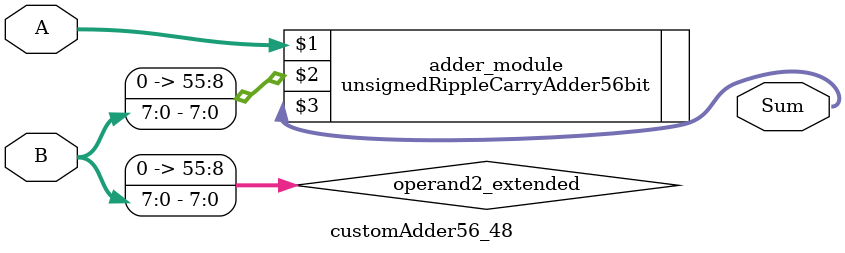
<source format=v>
module customAdder56_48(
                        input [55 : 0] A,
                        input [7 : 0] B,
                        
                        output [56 : 0] Sum
                );

        wire [55 : 0] operand2_extended;
        
        assign operand2_extended =  {48'b0, B};
        
        unsignedRippleCarryAdder56bit adder_module(
            A,
            operand2_extended,
            Sum
        );
        
        endmodule
        
</source>
